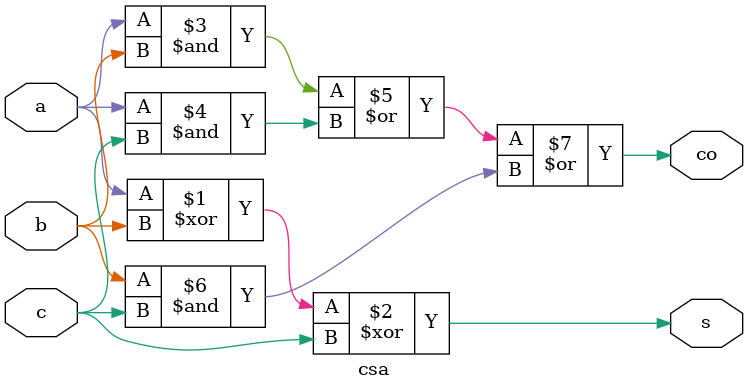
<source format=v>
module csa(
    input  a,
    input  b,
    input  c,
    output s,
    output co
);
    assign s  = a ^ b ^ c;
    assign co = (a & b) | (a & c) | (b & c);
endmodule

</source>
